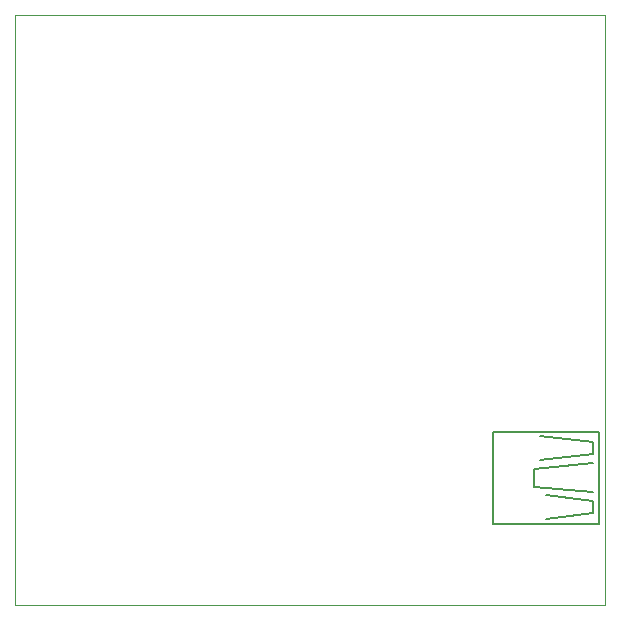
<source format=gbo>
G75*
%MOIN*%
%OFA0B0*%
%FSLAX25Y25*%
%IPPOS*%
%LPD*%
%AMOC8*
5,1,8,0,0,1.08239X$1,22.5*
%
%ADD10C,0.00000*%
%ADD11C,0.00500*%
D10*
X0001800Y0001800D02*
X0001800Y0198650D01*
X0198650Y0198650D01*
X0198650Y0001800D01*
X0001800Y0001800D01*
D11*
X0161131Y0028946D02*
X0196564Y0028946D01*
X0196564Y0059654D01*
X0161131Y0059654D01*
X0161131Y0028946D01*
X0174910Y0041347D02*
X0174910Y0047253D01*
X0194595Y0049221D01*
X0194595Y0052174D02*
X0176879Y0050206D01*
X0176879Y0058080D02*
X0194595Y0056111D01*
X0194595Y0052174D01*
X0194595Y0039379D02*
X0174910Y0041347D01*
X0178847Y0038394D02*
X0194595Y0036426D01*
X0194595Y0032489D01*
X0178847Y0030520D01*
M02*

</source>
